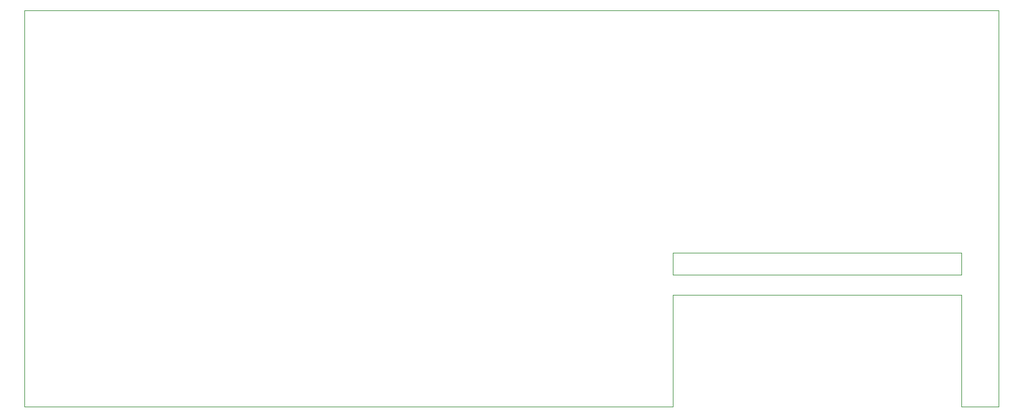
<source format=gbr>
%TF.GenerationSoftware,KiCad,Pcbnew,8.0.2*%
%TF.CreationDate,2024-06-06T15:06:54+02:00*%
%TF.ProjectId,3v radio,33762072-6164-4696-9f2e-6b696361645f,rev?*%
%TF.SameCoordinates,Original*%
%TF.FileFunction,Profile,NP*%
%FSLAX46Y46*%
G04 Gerber Fmt 4.6, Leading zero omitted, Abs format (unit mm)*
G04 Created by KiCad (PCBNEW 8.0.2) date 2024-06-06 15:06:54*
%MOMM*%
%LPD*%
G01*
G04 APERTURE LIST*
%TA.AperFunction,Profile*%
%ADD10C,0.050000*%
%TD*%
G04 APERTURE END LIST*
D10*
X216262000Y-93218500D02*
X221488000Y-93218500D01*
X176262000Y-93218500D02*
X86262000Y-93218500D01*
X221488000Y-93218000D02*
X221488000Y-38218000D01*
X221488000Y-38218000D02*
X86262000Y-38218500D01*
X86262000Y-93218500D02*
X86262000Y-38218500D01*
%TO.C,U3*%
X176262000Y-77726500D02*
X176262000Y-93218500D01*
X176262000Y-77726500D02*
X216262000Y-77726500D01*
X216262000Y-77726500D02*
X216262000Y-93218500D01*
X176262000Y-74884500D02*
X216262000Y-74884500D01*
X216262000Y-71884500D01*
X176262000Y-71884500D01*
X176262000Y-74884500D01*
%TD*%
M02*

</source>
